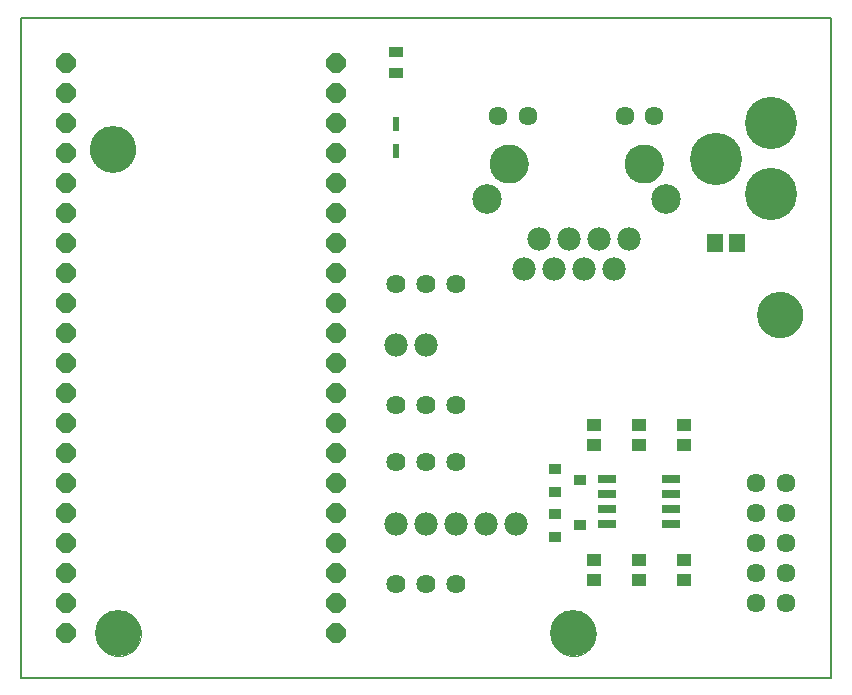
<source format=gts>
G75*
%MOIN*%
%OFA0B0*%
%FSLAX25Y25*%
%IPPOS*%
%LPD*%
%AMOC8*
5,1,8,0,0,1.08239X$1,22.5*
%
%ADD10C,0.00600*%
%ADD11C,0.00000*%
%ADD12C,0.15361*%
%ADD13R,0.05124X0.03550*%
%ADD14R,0.02300X0.05000*%
%ADD15C,0.07800*%
%ADD16C,0.06400*%
%ADD17C,0.09849*%
%ADD18C,0.06337*%
%ADD19C,0.12998*%
%ADD20C,0.17400*%
%ADD21OC8,0.06337*%
%ADD22R,0.06400X0.02800*%
%ADD23R,0.03943X0.03550*%
%ADD24R,0.04731X0.04337*%
%ADD25R,0.05518X0.06306*%
D10*
X0001300Y0001300D02*
X0001300Y0221300D01*
X0271300Y0221300D01*
X0271300Y0001300D01*
X0001300Y0001300D01*
D11*
X0026222Y0015985D02*
X0026224Y0016169D01*
X0026231Y0016352D01*
X0026242Y0016535D01*
X0026258Y0016718D01*
X0026278Y0016901D01*
X0026303Y0017083D01*
X0026332Y0017264D01*
X0026366Y0017444D01*
X0026404Y0017624D01*
X0026446Y0017802D01*
X0026493Y0017980D01*
X0026544Y0018156D01*
X0026600Y0018331D01*
X0026659Y0018505D01*
X0026723Y0018677D01*
X0026791Y0018847D01*
X0026864Y0019016D01*
X0026940Y0019183D01*
X0027021Y0019348D01*
X0027105Y0019511D01*
X0027194Y0019672D01*
X0027286Y0019830D01*
X0027382Y0019987D01*
X0027483Y0020141D01*
X0027586Y0020292D01*
X0027694Y0020441D01*
X0027805Y0020587D01*
X0027920Y0020730D01*
X0028038Y0020871D01*
X0028160Y0021008D01*
X0028285Y0021143D01*
X0028413Y0021274D01*
X0028544Y0021402D01*
X0028679Y0021527D01*
X0028816Y0021649D01*
X0028957Y0021767D01*
X0029100Y0021882D01*
X0029246Y0021993D01*
X0029395Y0022101D01*
X0029546Y0022204D01*
X0029700Y0022305D01*
X0029857Y0022401D01*
X0030015Y0022493D01*
X0030176Y0022582D01*
X0030339Y0022666D01*
X0030504Y0022747D01*
X0030671Y0022823D01*
X0030840Y0022896D01*
X0031010Y0022964D01*
X0031182Y0023028D01*
X0031356Y0023087D01*
X0031531Y0023143D01*
X0031707Y0023194D01*
X0031885Y0023241D01*
X0032063Y0023283D01*
X0032243Y0023321D01*
X0032423Y0023355D01*
X0032604Y0023384D01*
X0032786Y0023409D01*
X0032969Y0023429D01*
X0033152Y0023445D01*
X0033335Y0023456D01*
X0033518Y0023463D01*
X0033702Y0023465D01*
X0033886Y0023463D01*
X0034069Y0023456D01*
X0034252Y0023445D01*
X0034435Y0023429D01*
X0034618Y0023409D01*
X0034800Y0023384D01*
X0034981Y0023355D01*
X0035161Y0023321D01*
X0035341Y0023283D01*
X0035519Y0023241D01*
X0035697Y0023194D01*
X0035873Y0023143D01*
X0036048Y0023087D01*
X0036222Y0023028D01*
X0036394Y0022964D01*
X0036564Y0022896D01*
X0036733Y0022823D01*
X0036900Y0022747D01*
X0037065Y0022666D01*
X0037228Y0022582D01*
X0037389Y0022493D01*
X0037547Y0022401D01*
X0037704Y0022305D01*
X0037858Y0022204D01*
X0038009Y0022101D01*
X0038158Y0021993D01*
X0038304Y0021882D01*
X0038447Y0021767D01*
X0038588Y0021649D01*
X0038725Y0021527D01*
X0038860Y0021402D01*
X0038991Y0021274D01*
X0039119Y0021143D01*
X0039244Y0021008D01*
X0039366Y0020871D01*
X0039484Y0020730D01*
X0039599Y0020587D01*
X0039710Y0020441D01*
X0039818Y0020292D01*
X0039921Y0020141D01*
X0040022Y0019987D01*
X0040118Y0019830D01*
X0040210Y0019672D01*
X0040299Y0019511D01*
X0040383Y0019348D01*
X0040464Y0019183D01*
X0040540Y0019016D01*
X0040613Y0018847D01*
X0040681Y0018677D01*
X0040745Y0018505D01*
X0040804Y0018331D01*
X0040860Y0018156D01*
X0040911Y0017980D01*
X0040958Y0017802D01*
X0041000Y0017624D01*
X0041038Y0017444D01*
X0041072Y0017264D01*
X0041101Y0017083D01*
X0041126Y0016901D01*
X0041146Y0016718D01*
X0041162Y0016535D01*
X0041173Y0016352D01*
X0041180Y0016169D01*
X0041182Y0015985D01*
X0041180Y0015801D01*
X0041173Y0015618D01*
X0041162Y0015435D01*
X0041146Y0015252D01*
X0041126Y0015069D01*
X0041101Y0014887D01*
X0041072Y0014706D01*
X0041038Y0014526D01*
X0041000Y0014346D01*
X0040958Y0014168D01*
X0040911Y0013990D01*
X0040860Y0013814D01*
X0040804Y0013639D01*
X0040745Y0013465D01*
X0040681Y0013293D01*
X0040613Y0013123D01*
X0040540Y0012954D01*
X0040464Y0012787D01*
X0040383Y0012622D01*
X0040299Y0012459D01*
X0040210Y0012298D01*
X0040118Y0012140D01*
X0040022Y0011983D01*
X0039921Y0011829D01*
X0039818Y0011678D01*
X0039710Y0011529D01*
X0039599Y0011383D01*
X0039484Y0011240D01*
X0039366Y0011099D01*
X0039244Y0010962D01*
X0039119Y0010827D01*
X0038991Y0010696D01*
X0038860Y0010568D01*
X0038725Y0010443D01*
X0038588Y0010321D01*
X0038447Y0010203D01*
X0038304Y0010088D01*
X0038158Y0009977D01*
X0038009Y0009869D01*
X0037858Y0009766D01*
X0037704Y0009665D01*
X0037547Y0009569D01*
X0037389Y0009477D01*
X0037228Y0009388D01*
X0037065Y0009304D01*
X0036900Y0009223D01*
X0036733Y0009147D01*
X0036564Y0009074D01*
X0036394Y0009006D01*
X0036222Y0008942D01*
X0036048Y0008883D01*
X0035873Y0008827D01*
X0035697Y0008776D01*
X0035519Y0008729D01*
X0035341Y0008687D01*
X0035161Y0008649D01*
X0034981Y0008615D01*
X0034800Y0008586D01*
X0034618Y0008561D01*
X0034435Y0008541D01*
X0034252Y0008525D01*
X0034069Y0008514D01*
X0033886Y0008507D01*
X0033702Y0008505D01*
X0033518Y0008507D01*
X0033335Y0008514D01*
X0033152Y0008525D01*
X0032969Y0008541D01*
X0032786Y0008561D01*
X0032604Y0008586D01*
X0032423Y0008615D01*
X0032243Y0008649D01*
X0032063Y0008687D01*
X0031885Y0008729D01*
X0031707Y0008776D01*
X0031531Y0008827D01*
X0031356Y0008883D01*
X0031182Y0008942D01*
X0031010Y0009006D01*
X0030840Y0009074D01*
X0030671Y0009147D01*
X0030504Y0009223D01*
X0030339Y0009304D01*
X0030176Y0009388D01*
X0030015Y0009477D01*
X0029857Y0009569D01*
X0029700Y0009665D01*
X0029546Y0009766D01*
X0029395Y0009869D01*
X0029246Y0009977D01*
X0029100Y0010088D01*
X0028957Y0010203D01*
X0028816Y0010321D01*
X0028679Y0010443D01*
X0028544Y0010568D01*
X0028413Y0010696D01*
X0028285Y0010827D01*
X0028160Y0010962D01*
X0028038Y0011099D01*
X0027920Y0011240D01*
X0027805Y0011383D01*
X0027694Y0011529D01*
X0027586Y0011678D01*
X0027483Y0011829D01*
X0027382Y0011983D01*
X0027286Y0012140D01*
X0027194Y0012298D01*
X0027105Y0012459D01*
X0027021Y0012622D01*
X0026940Y0012787D01*
X0026864Y0012954D01*
X0026791Y0013123D01*
X0026723Y0013293D01*
X0026659Y0013465D01*
X0026600Y0013639D01*
X0026544Y0013814D01*
X0026493Y0013990D01*
X0026446Y0014168D01*
X0026404Y0014346D01*
X0026366Y0014526D01*
X0026332Y0014706D01*
X0026303Y0014887D01*
X0026278Y0015069D01*
X0026258Y0015252D01*
X0026242Y0015435D01*
X0026231Y0015618D01*
X0026224Y0015801D01*
X0026222Y0015985D01*
X0177796Y0015985D02*
X0177798Y0016169D01*
X0177805Y0016352D01*
X0177816Y0016535D01*
X0177832Y0016718D01*
X0177852Y0016901D01*
X0177877Y0017083D01*
X0177906Y0017264D01*
X0177940Y0017444D01*
X0177978Y0017624D01*
X0178020Y0017802D01*
X0178067Y0017980D01*
X0178118Y0018156D01*
X0178174Y0018331D01*
X0178233Y0018505D01*
X0178297Y0018677D01*
X0178365Y0018847D01*
X0178438Y0019016D01*
X0178514Y0019183D01*
X0178595Y0019348D01*
X0178679Y0019511D01*
X0178768Y0019672D01*
X0178860Y0019830D01*
X0178956Y0019987D01*
X0179057Y0020141D01*
X0179160Y0020292D01*
X0179268Y0020441D01*
X0179379Y0020587D01*
X0179494Y0020730D01*
X0179612Y0020871D01*
X0179734Y0021008D01*
X0179859Y0021143D01*
X0179987Y0021274D01*
X0180118Y0021402D01*
X0180253Y0021527D01*
X0180390Y0021649D01*
X0180531Y0021767D01*
X0180674Y0021882D01*
X0180820Y0021993D01*
X0180969Y0022101D01*
X0181120Y0022204D01*
X0181274Y0022305D01*
X0181431Y0022401D01*
X0181589Y0022493D01*
X0181750Y0022582D01*
X0181913Y0022666D01*
X0182078Y0022747D01*
X0182245Y0022823D01*
X0182414Y0022896D01*
X0182584Y0022964D01*
X0182756Y0023028D01*
X0182930Y0023087D01*
X0183105Y0023143D01*
X0183281Y0023194D01*
X0183459Y0023241D01*
X0183637Y0023283D01*
X0183817Y0023321D01*
X0183997Y0023355D01*
X0184178Y0023384D01*
X0184360Y0023409D01*
X0184543Y0023429D01*
X0184726Y0023445D01*
X0184909Y0023456D01*
X0185092Y0023463D01*
X0185276Y0023465D01*
X0185460Y0023463D01*
X0185643Y0023456D01*
X0185826Y0023445D01*
X0186009Y0023429D01*
X0186192Y0023409D01*
X0186374Y0023384D01*
X0186555Y0023355D01*
X0186735Y0023321D01*
X0186915Y0023283D01*
X0187093Y0023241D01*
X0187271Y0023194D01*
X0187447Y0023143D01*
X0187622Y0023087D01*
X0187796Y0023028D01*
X0187968Y0022964D01*
X0188138Y0022896D01*
X0188307Y0022823D01*
X0188474Y0022747D01*
X0188639Y0022666D01*
X0188802Y0022582D01*
X0188963Y0022493D01*
X0189121Y0022401D01*
X0189278Y0022305D01*
X0189432Y0022204D01*
X0189583Y0022101D01*
X0189732Y0021993D01*
X0189878Y0021882D01*
X0190021Y0021767D01*
X0190162Y0021649D01*
X0190299Y0021527D01*
X0190434Y0021402D01*
X0190565Y0021274D01*
X0190693Y0021143D01*
X0190818Y0021008D01*
X0190940Y0020871D01*
X0191058Y0020730D01*
X0191173Y0020587D01*
X0191284Y0020441D01*
X0191392Y0020292D01*
X0191495Y0020141D01*
X0191596Y0019987D01*
X0191692Y0019830D01*
X0191784Y0019672D01*
X0191873Y0019511D01*
X0191957Y0019348D01*
X0192038Y0019183D01*
X0192114Y0019016D01*
X0192187Y0018847D01*
X0192255Y0018677D01*
X0192319Y0018505D01*
X0192378Y0018331D01*
X0192434Y0018156D01*
X0192485Y0017980D01*
X0192532Y0017802D01*
X0192574Y0017624D01*
X0192612Y0017444D01*
X0192646Y0017264D01*
X0192675Y0017083D01*
X0192700Y0016901D01*
X0192720Y0016718D01*
X0192736Y0016535D01*
X0192747Y0016352D01*
X0192754Y0016169D01*
X0192756Y0015985D01*
X0192754Y0015801D01*
X0192747Y0015618D01*
X0192736Y0015435D01*
X0192720Y0015252D01*
X0192700Y0015069D01*
X0192675Y0014887D01*
X0192646Y0014706D01*
X0192612Y0014526D01*
X0192574Y0014346D01*
X0192532Y0014168D01*
X0192485Y0013990D01*
X0192434Y0013814D01*
X0192378Y0013639D01*
X0192319Y0013465D01*
X0192255Y0013293D01*
X0192187Y0013123D01*
X0192114Y0012954D01*
X0192038Y0012787D01*
X0191957Y0012622D01*
X0191873Y0012459D01*
X0191784Y0012298D01*
X0191692Y0012140D01*
X0191596Y0011983D01*
X0191495Y0011829D01*
X0191392Y0011678D01*
X0191284Y0011529D01*
X0191173Y0011383D01*
X0191058Y0011240D01*
X0190940Y0011099D01*
X0190818Y0010962D01*
X0190693Y0010827D01*
X0190565Y0010696D01*
X0190434Y0010568D01*
X0190299Y0010443D01*
X0190162Y0010321D01*
X0190021Y0010203D01*
X0189878Y0010088D01*
X0189732Y0009977D01*
X0189583Y0009869D01*
X0189432Y0009766D01*
X0189278Y0009665D01*
X0189121Y0009569D01*
X0188963Y0009477D01*
X0188802Y0009388D01*
X0188639Y0009304D01*
X0188474Y0009223D01*
X0188307Y0009147D01*
X0188138Y0009074D01*
X0187968Y0009006D01*
X0187796Y0008942D01*
X0187622Y0008883D01*
X0187447Y0008827D01*
X0187271Y0008776D01*
X0187093Y0008729D01*
X0186915Y0008687D01*
X0186735Y0008649D01*
X0186555Y0008615D01*
X0186374Y0008586D01*
X0186192Y0008561D01*
X0186009Y0008541D01*
X0185826Y0008525D01*
X0185643Y0008514D01*
X0185460Y0008507D01*
X0185276Y0008505D01*
X0185092Y0008507D01*
X0184909Y0008514D01*
X0184726Y0008525D01*
X0184543Y0008541D01*
X0184360Y0008561D01*
X0184178Y0008586D01*
X0183997Y0008615D01*
X0183817Y0008649D01*
X0183637Y0008687D01*
X0183459Y0008729D01*
X0183281Y0008776D01*
X0183105Y0008827D01*
X0182930Y0008883D01*
X0182756Y0008942D01*
X0182584Y0009006D01*
X0182414Y0009074D01*
X0182245Y0009147D01*
X0182078Y0009223D01*
X0181913Y0009304D01*
X0181750Y0009388D01*
X0181589Y0009477D01*
X0181431Y0009569D01*
X0181274Y0009665D01*
X0181120Y0009766D01*
X0180969Y0009869D01*
X0180820Y0009977D01*
X0180674Y0010088D01*
X0180531Y0010203D01*
X0180390Y0010321D01*
X0180253Y0010443D01*
X0180118Y0010568D01*
X0179987Y0010696D01*
X0179859Y0010827D01*
X0179734Y0010962D01*
X0179612Y0011099D01*
X0179494Y0011240D01*
X0179379Y0011383D01*
X0179268Y0011529D01*
X0179160Y0011678D01*
X0179057Y0011829D01*
X0178956Y0011983D01*
X0178860Y0012140D01*
X0178768Y0012298D01*
X0178679Y0012459D01*
X0178595Y0012622D01*
X0178514Y0012787D01*
X0178438Y0012954D01*
X0178365Y0013123D01*
X0178297Y0013293D01*
X0178233Y0013465D01*
X0178174Y0013639D01*
X0178118Y0013814D01*
X0178067Y0013990D01*
X0178020Y0014168D01*
X0177978Y0014346D01*
X0177940Y0014526D01*
X0177906Y0014706D01*
X0177877Y0014887D01*
X0177852Y0015069D01*
X0177832Y0015252D01*
X0177816Y0015435D01*
X0177805Y0015618D01*
X0177798Y0015801D01*
X0177796Y0015985D01*
X0246694Y0122284D02*
X0246696Y0122468D01*
X0246703Y0122651D01*
X0246714Y0122834D01*
X0246730Y0123017D01*
X0246750Y0123200D01*
X0246775Y0123382D01*
X0246804Y0123563D01*
X0246838Y0123743D01*
X0246876Y0123923D01*
X0246918Y0124101D01*
X0246965Y0124279D01*
X0247016Y0124455D01*
X0247072Y0124630D01*
X0247131Y0124804D01*
X0247195Y0124976D01*
X0247263Y0125146D01*
X0247336Y0125315D01*
X0247412Y0125482D01*
X0247493Y0125647D01*
X0247577Y0125810D01*
X0247666Y0125971D01*
X0247758Y0126129D01*
X0247854Y0126286D01*
X0247955Y0126440D01*
X0248058Y0126591D01*
X0248166Y0126740D01*
X0248277Y0126886D01*
X0248392Y0127029D01*
X0248510Y0127170D01*
X0248632Y0127307D01*
X0248757Y0127442D01*
X0248885Y0127573D01*
X0249016Y0127701D01*
X0249151Y0127826D01*
X0249288Y0127948D01*
X0249429Y0128066D01*
X0249572Y0128181D01*
X0249718Y0128292D01*
X0249867Y0128400D01*
X0250018Y0128503D01*
X0250172Y0128604D01*
X0250329Y0128700D01*
X0250487Y0128792D01*
X0250648Y0128881D01*
X0250811Y0128965D01*
X0250976Y0129046D01*
X0251143Y0129122D01*
X0251312Y0129195D01*
X0251482Y0129263D01*
X0251654Y0129327D01*
X0251828Y0129386D01*
X0252003Y0129442D01*
X0252179Y0129493D01*
X0252357Y0129540D01*
X0252535Y0129582D01*
X0252715Y0129620D01*
X0252895Y0129654D01*
X0253076Y0129683D01*
X0253258Y0129708D01*
X0253441Y0129728D01*
X0253624Y0129744D01*
X0253807Y0129755D01*
X0253990Y0129762D01*
X0254174Y0129764D01*
X0254358Y0129762D01*
X0254541Y0129755D01*
X0254724Y0129744D01*
X0254907Y0129728D01*
X0255090Y0129708D01*
X0255272Y0129683D01*
X0255453Y0129654D01*
X0255633Y0129620D01*
X0255813Y0129582D01*
X0255991Y0129540D01*
X0256169Y0129493D01*
X0256345Y0129442D01*
X0256520Y0129386D01*
X0256694Y0129327D01*
X0256866Y0129263D01*
X0257036Y0129195D01*
X0257205Y0129122D01*
X0257372Y0129046D01*
X0257537Y0128965D01*
X0257700Y0128881D01*
X0257861Y0128792D01*
X0258019Y0128700D01*
X0258176Y0128604D01*
X0258330Y0128503D01*
X0258481Y0128400D01*
X0258630Y0128292D01*
X0258776Y0128181D01*
X0258919Y0128066D01*
X0259060Y0127948D01*
X0259197Y0127826D01*
X0259332Y0127701D01*
X0259463Y0127573D01*
X0259591Y0127442D01*
X0259716Y0127307D01*
X0259838Y0127170D01*
X0259956Y0127029D01*
X0260071Y0126886D01*
X0260182Y0126740D01*
X0260290Y0126591D01*
X0260393Y0126440D01*
X0260494Y0126286D01*
X0260590Y0126129D01*
X0260682Y0125971D01*
X0260771Y0125810D01*
X0260855Y0125647D01*
X0260936Y0125482D01*
X0261012Y0125315D01*
X0261085Y0125146D01*
X0261153Y0124976D01*
X0261217Y0124804D01*
X0261276Y0124630D01*
X0261332Y0124455D01*
X0261383Y0124279D01*
X0261430Y0124101D01*
X0261472Y0123923D01*
X0261510Y0123743D01*
X0261544Y0123563D01*
X0261573Y0123382D01*
X0261598Y0123200D01*
X0261618Y0123017D01*
X0261634Y0122834D01*
X0261645Y0122651D01*
X0261652Y0122468D01*
X0261654Y0122284D01*
X0261652Y0122100D01*
X0261645Y0121917D01*
X0261634Y0121734D01*
X0261618Y0121551D01*
X0261598Y0121368D01*
X0261573Y0121186D01*
X0261544Y0121005D01*
X0261510Y0120825D01*
X0261472Y0120645D01*
X0261430Y0120467D01*
X0261383Y0120289D01*
X0261332Y0120113D01*
X0261276Y0119938D01*
X0261217Y0119764D01*
X0261153Y0119592D01*
X0261085Y0119422D01*
X0261012Y0119253D01*
X0260936Y0119086D01*
X0260855Y0118921D01*
X0260771Y0118758D01*
X0260682Y0118597D01*
X0260590Y0118439D01*
X0260494Y0118282D01*
X0260393Y0118128D01*
X0260290Y0117977D01*
X0260182Y0117828D01*
X0260071Y0117682D01*
X0259956Y0117539D01*
X0259838Y0117398D01*
X0259716Y0117261D01*
X0259591Y0117126D01*
X0259463Y0116995D01*
X0259332Y0116867D01*
X0259197Y0116742D01*
X0259060Y0116620D01*
X0258919Y0116502D01*
X0258776Y0116387D01*
X0258630Y0116276D01*
X0258481Y0116168D01*
X0258330Y0116065D01*
X0258176Y0115964D01*
X0258019Y0115868D01*
X0257861Y0115776D01*
X0257700Y0115687D01*
X0257537Y0115603D01*
X0257372Y0115522D01*
X0257205Y0115446D01*
X0257036Y0115373D01*
X0256866Y0115305D01*
X0256694Y0115241D01*
X0256520Y0115182D01*
X0256345Y0115126D01*
X0256169Y0115075D01*
X0255991Y0115028D01*
X0255813Y0114986D01*
X0255633Y0114948D01*
X0255453Y0114914D01*
X0255272Y0114885D01*
X0255090Y0114860D01*
X0254907Y0114840D01*
X0254724Y0114824D01*
X0254541Y0114813D01*
X0254358Y0114806D01*
X0254174Y0114804D01*
X0253990Y0114806D01*
X0253807Y0114813D01*
X0253624Y0114824D01*
X0253441Y0114840D01*
X0253258Y0114860D01*
X0253076Y0114885D01*
X0252895Y0114914D01*
X0252715Y0114948D01*
X0252535Y0114986D01*
X0252357Y0115028D01*
X0252179Y0115075D01*
X0252003Y0115126D01*
X0251828Y0115182D01*
X0251654Y0115241D01*
X0251482Y0115305D01*
X0251312Y0115373D01*
X0251143Y0115446D01*
X0250976Y0115522D01*
X0250811Y0115603D01*
X0250648Y0115687D01*
X0250487Y0115776D01*
X0250329Y0115868D01*
X0250172Y0115964D01*
X0250018Y0116065D01*
X0249867Y0116168D01*
X0249718Y0116276D01*
X0249572Y0116387D01*
X0249429Y0116502D01*
X0249288Y0116620D01*
X0249151Y0116742D01*
X0249016Y0116867D01*
X0248885Y0116995D01*
X0248757Y0117126D01*
X0248632Y0117261D01*
X0248510Y0117398D01*
X0248392Y0117539D01*
X0248277Y0117682D01*
X0248166Y0117828D01*
X0248058Y0117977D01*
X0247955Y0118128D01*
X0247854Y0118282D01*
X0247758Y0118439D01*
X0247666Y0118597D01*
X0247577Y0118758D01*
X0247493Y0118921D01*
X0247412Y0119086D01*
X0247336Y0119253D01*
X0247263Y0119422D01*
X0247195Y0119592D01*
X0247131Y0119764D01*
X0247072Y0119938D01*
X0247016Y0120113D01*
X0246965Y0120289D01*
X0246918Y0120467D01*
X0246876Y0120645D01*
X0246838Y0120825D01*
X0246804Y0121005D01*
X0246775Y0121186D01*
X0246750Y0121368D01*
X0246730Y0121551D01*
X0246714Y0121734D01*
X0246703Y0121917D01*
X0246696Y0122100D01*
X0246694Y0122284D01*
X0202501Y0172619D02*
X0202503Y0172777D01*
X0202509Y0172935D01*
X0202519Y0173093D01*
X0202533Y0173251D01*
X0202551Y0173408D01*
X0202572Y0173565D01*
X0202598Y0173721D01*
X0202628Y0173877D01*
X0202661Y0174032D01*
X0202699Y0174185D01*
X0202740Y0174338D01*
X0202785Y0174490D01*
X0202834Y0174641D01*
X0202887Y0174790D01*
X0202943Y0174938D01*
X0203003Y0175084D01*
X0203067Y0175229D01*
X0203135Y0175372D01*
X0203206Y0175514D01*
X0203280Y0175654D01*
X0203358Y0175791D01*
X0203440Y0175927D01*
X0203524Y0176061D01*
X0203613Y0176192D01*
X0203704Y0176321D01*
X0203799Y0176448D01*
X0203896Y0176573D01*
X0203997Y0176695D01*
X0204101Y0176814D01*
X0204208Y0176931D01*
X0204318Y0177045D01*
X0204431Y0177156D01*
X0204546Y0177265D01*
X0204664Y0177370D01*
X0204785Y0177472D01*
X0204908Y0177572D01*
X0205034Y0177668D01*
X0205162Y0177761D01*
X0205292Y0177851D01*
X0205425Y0177937D01*
X0205560Y0178021D01*
X0205696Y0178100D01*
X0205835Y0178177D01*
X0205976Y0178249D01*
X0206118Y0178319D01*
X0206262Y0178384D01*
X0206408Y0178446D01*
X0206555Y0178504D01*
X0206704Y0178559D01*
X0206854Y0178610D01*
X0207005Y0178657D01*
X0207157Y0178700D01*
X0207310Y0178739D01*
X0207465Y0178775D01*
X0207620Y0178806D01*
X0207776Y0178834D01*
X0207932Y0178858D01*
X0208089Y0178878D01*
X0208247Y0178894D01*
X0208404Y0178906D01*
X0208563Y0178914D01*
X0208721Y0178918D01*
X0208879Y0178918D01*
X0209037Y0178914D01*
X0209196Y0178906D01*
X0209353Y0178894D01*
X0209511Y0178878D01*
X0209668Y0178858D01*
X0209824Y0178834D01*
X0209980Y0178806D01*
X0210135Y0178775D01*
X0210290Y0178739D01*
X0210443Y0178700D01*
X0210595Y0178657D01*
X0210746Y0178610D01*
X0210896Y0178559D01*
X0211045Y0178504D01*
X0211192Y0178446D01*
X0211338Y0178384D01*
X0211482Y0178319D01*
X0211624Y0178249D01*
X0211765Y0178177D01*
X0211904Y0178100D01*
X0212040Y0178021D01*
X0212175Y0177937D01*
X0212308Y0177851D01*
X0212438Y0177761D01*
X0212566Y0177668D01*
X0212692Y0177572D01*
X0212815Y0177472D01*
X0212936Y0177370D01*
X0213054Y0177265D01*
X0213169Y0177156D01*
X0213282Y0177045D01*
X0213392Y0176931D01*
X0213499Y0176814D01*
X0213603Y0176695D01*
X0213704Y0176573D01*
X0213801Y0176448D01*
X0213896Y0176321D01*
X0213987Y0176192D01*
X0214076Y0176061D01*
X0214160Y0175927D01*
X0214242Y0175791D01*
X0214320Y0175654D01*
X0214394Y0175514D01*
X0214465Y0175372D01*
X0214533Y0175229D01*
X0214597Y0175084D01*
X0214657Y0174938D01*
X0214713Y0174790D01*
X0214766Y0174641D01*
X0214815Y0174490D01*
X0214860Y0174338D01*
X0214901Y0174185D01*
X0214939Y0174032D01*
X0214972Y0173877D01*
X0215002Y0173721D01*
X0215028Y0173565D01*
X0215049Y0173408D01*
X0215067Y0173251D01*
X0215081Y0173093D01*
X0215091Y0172935D01*
X0215097Y0172777D01*
X0215099Y0172619D01*
X0215097Y0172461D01*
X0215091Y0172303D01*
X0215081Y0172145D01*
X0215067Y0171987D01*
X0215049Y0171830D01*
X0215028Y0171673D01*
X0215002Y0171517D01*
X0214972Y0171361D01*
X0214939Y0171206D01*
X0214901Y0171053D01*
X0214860Y0170900D01*
X0214815Y0170748D01*
X0214766Y0170597D01*
X0214713Y0170448D01*
X0214657Y0170300D01*
X0214597Y0170154D01*
X0214533Y0170009D01*
X0214465Y0169866D01*
X0214394Y0169724D01*
X0214320Y0169584D01*
X0214242Y0169447D01*
X0214160Y0169311D01*
X0214076Y0169177D01*
X0213987Y0169046D01*
X0213896Y0168917D01*
X0213801Y0168790D01*
X0213704Y0168665D01*
X0213603Y0168543D01*
X0213499Y0168424D01*
X0213392Y0168307D01*
X0213282Y0168193D01*
X0213169Y0168082D01*
X0213054Y0167973D01*
X0212936Y0167868D01*
X0212815Y0167766D01*
X0212692Y0167666D01*
X0212566Y0167570D01*
X0212438Y0167477D01*
X0212308Y0167387D01*
X0212175Y0167301D01*
X0212040Y0167217D01*
X0211904Y0167138D01*
X0211765Y0167061D01*
X0211624Y0166989D01*
X0211482Y0166919D01*
X0211338Y0166854D01*
X0211192Y0166792D01*
X0211045Y0166734D01*
X0210896Y0166679D01*
X0210746Y0166628D01*
X0210595Y0166581D01*
X0210443Y0166538D01*
X0210290Y0166499D01*
X0210135Y0166463D01*
X0209980Y0166432D01*
X0209824Y0166404D01*
X0209668Y0166380D01*
X0209511Y0166360D01*
X0209353Y0166344D01*
X0209196Y0166332D01*
X0209037Y0166324D01*
X0208879Y0166320D01*
X0208721Y0166320D01*
X0208563Y0166324D01*
X0208404Y0166332D01*
X0208247Y0166344D01*
X0208089Y0166360D01*
X0207932Y0166380D01*
X0207776Y0166404D01*
X0207620Y0166432D01*
X0207465Y0166463D01*
X0207310Y0166499D01*
X0207157Y0166538D01*
X0207005Y0166581D01*
X0206854Y0166628D01*
X0206704Y0166679D01*
X0206555Y0166734D01*
X0206408Y0166792D01*
X0206262Y0166854D01*
X0206118Y0166919D01*
X0205976Y0166989D01*
X0205835Y0167061D01*
X0205696Y0167138D01*
X0205560Y0167217D01*
X0205425Y0167301D01*
X0205292Y0167387D01*
X0205162Y0167477D01*
X0205034Y0167570D01*
X0204908Y0167666D01*
X0204785Y0167766D01*
X0204664Y0167868D01*
X0204546Y0167973D01*
X0204431Y0168082D01*
X0204318Y0168193D01*
X0204208Y0168307D01*
X0204101Y0168424D01*
X0203997Y0168543D01*
X0203896Y0168665D01*
X0203799Y0168790D01*
X0203704Y0168917D01*
X0203613Y0169046D01*
X0203524Y0169177D01*
X0203440Y0169311D01*
X0203358Y0169447D01*
X0203280Y0169584D01*
X0203206Y0169724D01*
X0203135Y0169866D01*
X0203067Y0170009D01*
X0203003Y0170154D01*
X0202943Y0170300D01*
X0202887Y0170448D01*
X0202834Y0170597D01*
X0202785Y0170748D01*
X0202740Y0170900D01*
X0202699Y0171053D01*
X0202661Y0171206D01*
X0202628Y0171361D01*
X0202598Y0171517D01*
X0202572Y0171673D01*
X0202551Y0171830D01*
X0202533Y0171987D01*
X0202519Y0172145D01*
X0202509Y0172303D01*
X0202503Y0172461D01*
X0202501Y0172619D01*
X0157501Y0172619D02*
X0157503Y0172777D01*
X0157509Y0172935D01*
X0157519Y0173093D01*
X0157533Y0173251D01*
X0157551Y0173408D01*
X0157572Y0173565D01*
X0157598Y0173721D01*
X0157628Y0173877D01*
X0157661Y0174032D01*
X0157699Y0174185D01*
X0157740Y0174338D01*
X0157785Y0174490D01*
X0157834Y0174641D01*
X0157887Y0174790D01*
X0157943Y0174938D01*
X0158003Y0175084D01*
X0158067Y0175229D01*
X0158135Y0175372D01*
X0158206Y0175514D01*
X0158280Y0175654D01*
X0158358Y0175791D01*
X0158440Y0175927D01*
X0158524Y0176061D01*
X0158613Y0176192D01*
X0158704Y0176321D01*
X0158799Y0176448D01*
X0158896Y0176573D01*
X0158997Y0176695D01*
X0159101Y0176814D01*
X0159208Y0176931D01*
X0159318Y0177045D01*
X0159431Y0177156D01*
X0159546Y0177265D01*
X0159664Y0177370D01*
X0159785Y0177472D01*
X0159908Y0177572D01*
X0160034Y0177668D01*
X0160162Y0177761D01*
X0160292Y0177851D01*
X0160425Y0177937D01*
X0160560Y0178021D01*
X0160696Y0178100D01*
X0160835Y0178177D01*
X0160976Y0178249D01*
X0161118Y0178319D01*
X0161262Y0178384D01*
X0161408Y0178446D01*
X0161555Y0178504D01*
X0161704Y0178559D01*
X0161854Y0178610D01*
X0162005Y0178657D01*
X0162157Y0178700D01*
X0162310Y0178739D01*
X0162465Y0178775D01*
X0162620Y0178806D01*
X0162776Y0178834D01*
X0162932Y0178858D01*
X0163089Y0178878D01*
X0163247Y0178894D01*
X0163404Y0178906D01*
X0163563Y0178914D01*
X0163721Y0178918D01*
X0163879Y0178918D01*
X0164037Y0178914D01*
X0164196Y0178906D01*
X0164353Y0178894D01*
X0164511Y0178878D01*
X0164668Y0178858D01*
X0164824Y0178834D01*
X0164980Y0178806D01*
X0165135Y0178775D01*
X0165290Y0178739D01*
X0165443Y0178700D01*
X0165595Y0178657D01*
X0165746Y0178610D01*
X0165896Y0178559D01*
X0166045Y0178504D01*
X0166192Y0178446D01*
X0166338Y0178384D01*
X0166482Y0178319D01*
X0166624Y0178249D01*
X0166765Y0178177D01*
X0166904Y0178100D01*
X0167040Y0178021D01*
X0167175Y0177937D01*
X0167308Y0177851D01*
X0167438Y0177761D01*
X0167566Y0177668D01*
X0167692Y0177572D01*
X0167815Y0177472D01*
X0167936Y0177370D01*
X0168054Y0177265D01*
X0168169Y0177156D01*
X0168282Y0177045D01*
X0168392Y0176931D01*
X0168499Y0176814D01*
X0168603Y0176695D01*
X0168704Y0176573D01*
X0168801Y0176448D01*
X0168896Y0176321D01*
X0168987Y0176192D01*
X0169076Y0176061D01*
X0169160Y0175927D01*
X0169242Y0175791D01*
X0169320Y0175654D01*
X0169394Y0175514D01*
X0169465Y0175372D01*
X0169533Y0175229D01*
X0169597Y0175084D01*
X0169657Y0174938D01*
X0169713Y0174790D01*
X0169766Y0174641D01*
X0169815Y0174490D01*
X0169860Y0174338D01*
X0169901Y0174185D01*
X0169939Y0174032D01*
X0169972Y0173877D01*
X0170002Y0173721D01*
X0170028Y0173565D01*
X0170049Y0173408D01*
X0170067Y0173251D01*
X0170081Y0173093D01*
X0170091Y0172935D01*
X0170097Y0172777D01*
X0170099Y0172619D01*
X0170097Y0172461D01*
X0170091Y0172303D01*
X0170081Y0172145D01*
X0170067Y0171987D01*
X0170049Y0171830D01*
X0170028Y0171673D01*
X0170002Y0171517D01*
X0169972Y0171361D01*
X0169939Y0171206D01*
X0169901Y0171053D01*
X0169860Y0170900D01*
X0169815Y0170748D01*
X0169766Y0170597D01*
X0169713Y0170448D01*
X0169657Y0170300D01*
X0169597Y0170154D01*
X0169533Y0170009D01*
X0169465Y0169866D01*
X0169394Y0169724D01*
X0169320Y0169584D01*
X0169242Y0169447D01*
X0169160Y0169311D01*
X0169076Y0169177D01*
X0168987Y0169046D01*
X0168896Y0168917D01*
X0168801Y0168790D01*
X0168704Y0168665D01*
X0168603Y0168543D01*
X0168499Y0168424D01*
X0168392Y0168307D01*
X0168282Y0168193D01*
X0168169Y0168082D01*
X0168054Y0167973D01*
X0167936Y0167868D01*
X0167815Y0167766D01*
X0167692Y0167666D01*
X0167566Y0167570D01*
X0167438Y0167477D01*
X0167308Y0167387D01*
X0167175Y0167301D01*
X0167040Y0167217D01*
X0166904Y0167138D01*
X0166765Y0167061D01*
X0166624Y0166989D01*
X0166482Y0166919D01*
X0166338Y0166854D01*
X0166192Y0166792D01*
X0166045Y0166734D01*
X0165896Y0166679D01*
X0165746Y0166628D01*
X0165595Y0166581D01*
X0165443Y0166538D01*
X0165290Y0166499D01*
X0165135Y0166463D01*
X0164980Y0166432D01*
X0164824Y0166404D01*
X0164668Y0166380D01*
X0164511Y0166360D01*
X0164353Y0166344D01*
X0164196Y0166332D01*
X0164037Y0166324D01*
X0163879Y0166320D01*
X0163721Y0166320D01*
X0163563Y0166324D01*
X0163404Y0166332D01*
X0163247Y0166344D01*
X0163089Y0166360D01*
X0162932Y0166380D01*
X0162776Y0166404D01*
X0162620Y0166432D01*
X0162465Y0166463D01*
X0162310Y0166499D01*
X0162157Y0166538D01*
X0162005Y0166581D01*
X0161854Y0166628D01*
X0161704Y0166679D01*
X0161555Y0166734D01*
X0161408Y0166792D01*
X0161262Y0166854D01*
X0161118Y0166919D01*
X0160976Y0166989D01*
X0160835Y0167061D01*
X0160696Y0167138D01*
X0160560Y0167217D01*
X0160425Y0167301D01*
X0160292Y0167387D01*
X0160162Y0167477D01*
X0160034Y0167570D01*
X0159908Y0167666D01*
X0159785Y0167766D01*
X0159664Y0167868D01*
X0159546Y0167973D01*
X0159431Y0168082D01*
X0159318Y0168193D01*
X0159208Y0168307D01*
X0159101Y0168424D01*
X0158997Y0168543D01*
X0158896Y0168665D01*
X0158799Y0168790D01*
X0158704Y0168917D01*
X0158613Y0169046D01*
X0158524Y0169177D01*
X0158440Y0169311D01*
X0158358Y0169447D01*
X0158280Y0169584D01*
X0158206Y0169724D01*
X0158135Y0169866D01*
X0158067Y0170009D01*
X0158003Y0170154D01*
X0157943Y0170300D01*
X0157887Y0170448D01*
X0157834Y0170597D01*
X0157785Y0170748D01*
X0157740Y0170900D01*
X0157699Y0171053D01*
X0157661Y0171206D01*
X0157628Y0171361D01*
X0157598Y0171517D01*
X0157572Y0171673D01*
X0157551Y0171830D01*
X0157533Y0171987D01*
X0157519Y0172145D01*
X0157509Y0172303D01*
X0157503Y0172461D01*
X0157501Y0172619D01*
X0024253Y0177402D02*
X0024255Y0177586D01*
X0024262Y0177769D01*
X0024273Y0177952D01*
X0024289Y0178135D01*
X0024309Y0178318D01*
X0024334Y0178500D01*
X0024363Y0178681D01*
X0024397Y0178861D01*
X0024435Y0179041D01*
X0024477Y0179219D01*
X0024524Y0179397D01*
X0024575Y0179573D01*
X0024631Y0179748D01*
X0024690Y0179922D01*
X0024754Y0180094D01*
X0024822Y0180264D01*
X0024895Y0180433D01*
X0024971Y0180600D01*
X0025052Y0180765D01*
X0025136Y0180928D01*
X0025225Y0181089D01*
X0025317Y0181247D01*
X0025413Y0181404D01*
X0025514Y0181558D01*
X0025617Y0181709D01*
X0025725Y0181858D01*
X0025836Y0182004D01*
X0025951Y0182147D01*
X0026069Y0182288D01*
X0026191Y0182425D01*
X0026316Y0182560D01*
X0026444Y0182691D01*
X0026575Y0182819D01*
X0026710Y0182944D01*
X0026847Y0183066D01*
X0026988Y0183184D01*
X0027131Y0183299D01*
X0027277Y0183410D01*
X0027426Y0183518D01*
X0027577Y0183621D01*
X0027731Y0183722D01*
X0027888Y0183818D01*
X0028046Y0183910D01*
X0028207Y0183999D01*
X0028370Y0184083D01*
X0028535Y0184164D01*
X0028702Y0184240D01*
X0028871Y0184313D01*
X0029041Y0184381D01*
X0029213Y0184445D01*
X0029387Y0184504D01*
X0029562Y0184560D01*
X0029738Y0184611D01*
X0029916Y0184658D01*
X0030094Y0184700D01*
X0030274Y0184738D01*
X0030454Y0184772D01*
X0030635Y0184801D01*
X0030817Y0184826D01*
X0031000Y0184846D01*
X0031183Y0184862D01*
X0031366Y0184873D01*
X0031549Y0184880D01*
X0031733Y0184882D01*
X0031917Y0184880D01*
X0032100Y0184873D01*
X0032283Y0184862D01*
X0032466Y0184846D01*
X0032649Y0184826D01*
X0032831Y0184801D01*
X0033012Y0184772D01*
X0033192Y0184738D01*
X0033372Y0184700D01*
X0033550Y0184658D01*
X0033728Y0184611D01*
X0033904Y0184560D01*
X0034079Y0184504D01*
X0034253Y0184445D01*
X0034425Y0184381D01*
X0034595Y0184313D01*
X0034764Y0184240D01*
X0034931Y0184164D01*
X0035096Y0184083D01*
X0035259Y0183999D01*
X0035420Y0183910D01*
X0035578Y0183818D01*
X0035735Y0183722D01*
X0035889Y0183621D01*
X0036040Y0183518D01*
X0036189Y0183410D01*
X0036335Y0183299D01*
X0036478Y0183184D01*
X0036619Y0183066D01*
X0036756Y0182944D01*
X0036891Y0182819D01*
X0037022Y0182691D01*
X0037150Y0182560D01*
X0037275Y0182425D01*
X0037397Y0182288D01*
X0037515Y0182147D01*
X0037630Y0182004D01*
X0037741Y0181858D01*
X0037849Y0181709D01*
X0037952Y0181558D01*
X0038053Y0181404D01*
X0038149Y0181247D01*
X0038241Y0181089D01*
X0038330Y0180928D01*
X0038414Y0180765D01*
X0038495Y0180600D01*
X0038571Y0180433D01*
X0038644Y0180264D01*
X0038712Y0180094D01*
X0038776Y0179922D01*
X0038835Y0179748D01*
X0038891Y0179573D01*
X0038942Y0179397D01*
X0038989Y0179219D01*
X0039031Y0179041D01*
X0039069Y0178861D01*
X0039103Y0178681D01*
X0039132Y0178500D01*
X0039157Y0178318D01*
X0039177Y0178135D01*
X0039193Y0177952D01*
X0039204Y0177769D01*
X0039211Y0177586D01*
X0039213Y0177402D01*
X0039211Y0177218D01*
X0039204Y0177035D01*
X0039193Y0176852D01*
X0039177Y0176669D01*
X0039157Y0176486D01*
X0039132Y0176304D01*
X0039103Y0176123D01*
X0039069Y0175943D01*
X0039031Y0175763D01*
X0038989Y0175585D01*
X0038942Y0175407D01*
X0038891Y0175231D01*
X0038835Y0175056D01*
X0038776Y0174882D01*
X0038712Y0174710D01*
X0038644Y0174540D01*
X0038571Y0174371D01*
X0038495Y0174204D01*
X0038414Y0174039D01*
X0038330Y0173876D01*
X0038241Y0173715D01*
X0038149Y0173557D01*
X0038053Y0173400D01*
X0037952Y0173246D01*
X0037849Y0173095D01*
X0037741Y0172946D01*
X0037630Y0172800D01*
X0037515Y0172657D01*
X0037397Y0172516D01*
X0037275Y0172379D01*
X0037150Y0172244D01*
X0037022Y0172113D01*
X0036891Y0171985D01*
X0036756Y0171860D01*
X0036619Y0171738D01*
X0036478Y0171620D01*
X0036335Y0171505D01*
X0036189Y0171394D01*
X0036040Y0171286D01*
X0035889Y0171183D01*
X0035735Y0171082D01*
X0035578Y0170986D01*
X0035420Y0170894D01*
X0035259Y0170805D01*
X0035096Y0170721D01*
X0034931Y0170640D01*
X0034764Y0170564D01*
X0034595Y0170491D01*
X0034425Y0170423D01*
X0034253Y0170359D01*
X0034079Y0170300D01*
X0033904Y0170244D01*
X0033728Y0170193D01*
X0033550Y0170146D01*
X0033372Y0170104D01*
X0033192Y0170066D01*
X0033012Y0170032D01*
X0032831Y0170003D01*
X0032649Y0169978D01*
X0032466Y0169958D01*
X0032283Y0169942D01*
X0032100Y0169931D01*
X0031917Y0169924D01*
X0031733Y0169922D01*
X0031549Y0169924D01*
X0031366Y0169931D01*
X0031183Y0169942D01*
X0031000Y0169958D01*
X0030817Y0169978D01*
X0030635Y0170003D01*
X0030454Y0170032D01*
X0030274Y0170066D01*
X0030094Y0170104D01*
X0029916Y0170146D01*
X0029738Y0170193D01*
X0029562Y0170244D01*
X0029387Y0170300D01*
X0029213Y0170359D01*
X0029041Y0170423D01*
X0028871Y0170491D01*
X0028702Y0170564D01*
X0028535Y0170640D01*
X0028370Y0170721D01*
X0028207Y0170805D01*
X0028046Y0170894D01*
X0027888Y0170986D01*
X0027731Y0171082D01*
X0027577Y0171183D01*
X0027426Y0171286D01*
X0027277Y0171394D01*
X0027131Y0171505D01*
X0026988Y0171620D01*
X0026847Y0171738D01*
X0026710Y0171860D01*
X0026575Y0171985D01*
X0026444Y0172113D01*
X0026316Y0172244D01*
X0026191Y0172379D01*
X0026069Y0172516D01*
X0025951Y0172657D01*
X0025836Y0172800D01*
X0025725Y0172946D01*
X0025617Y0173095D01*
X0025514Y0173246D01*
X0025413Y0173400D01*
X0025317Y0173557D01*
X0025225Y0173715D01*
X0025136Y0173876D01*
X0025052Y0174039D01*
X0024971Y0174204D01*
X0024895Y0174371D01*
X0024822Y0174540D01*
X0024754Y0174710D01*
X0024690Y0174882D01*
X0024631Y0175056D01*
X0024575Y0175231D01*
X0024524Y0175407D01*
X0024477Y0175585D01*
X0024435Y0175763D01*
X0024397Y0175943D01*
X0024363Y0176123D01*
X0024334Y0176304D01*
X0024309Y0176486D01*
X0024289Y0176669D01*
X0024273Y0176852D01*
X0024262Y0177035D01*
X0024255Y0177218D01*
X0024253Y0177402D01*
D12*
X0031733Y0177402D03*
X0033702Y0015985D03*
X0185276Y0015985D03*
X0254174Y0122284D03*
D13*
X0126300Y0202757D03*
X0126300Y0209843D03*
D14*
X0126300Y0185700D03*
X0126300Y0176900D03*
D15*
X0173800Y0147619D03*
X0183800Y0147619D03*
X0193800Y0147619D03*
X0203800Y0147619D03*
X0198800Y0137619D03*
X0188800Y0137619D03*
X0178800Y0137619D03*
X0168800Y0137619D03*
X0136300Y0112206D03*
X0126300Y0112206D03*
X0126300Y0052520D03*
X0136300Y0052520D03*
X0146300Y0052520D03*
X0156300Y0052520D03*
X0166300Y0052520D03*
D16*
X0146300Y0032520D03*
X0136300Y0032520D03*
X0126300Y0032520D03*
X0126300Y0073150D03*
X0136300Y0073150D03*
X0146300Y0073150D03*
X0146300Y0092206D03*
X0136300Y0092206D03*
X0126300Y0092206D03*
X0126300Y0132520D03*
X0136300Y0132520D03*
X0146300Y0132520D03*
D17*
X0156457Y0160788D03*
X0216300Y0160788D03*
D18*
X0212363Y0188347D03*
X0202520Y0188347D03*
X0170237Y0188347D03*
X0160394Y0188347D03*
X0246300Y0066300D03*
X0246300Y0056300D03*
X0256300Y0056300D03*
X0256300Y0066300D03*
X0256300Y0046300D03*
X0256300Y0036300D03*
X0246300Y0036300D03*
X0246300Y0046300D03*
X0246300Y0026300D03*
X0256300Y0026300D03*
D19*
X0208800Y0172619D03*
X0163800Y0172619D03*
D20*
X0232796Y0174174D03*
X0251300Y0162363D03*
X0251300Y0185985D03*
D21*
X0106300Y0186300D03*
X0106300Y0196300D03*
X0106300Y0206300D03*
X0106300Y0176300D03*
X0106300Y0166300D03*
X0106300Y0156300D03*
X0106300Y0146300D03*
X0106300Y0136300D03*
X0106300Y0126300D03*
X0106300Y0116300D03*
X0106300Y0106300D03*
X0106300Y0096300D03*
X0106300Y0086300D03*
X0106300Y0076300D03*
X0106300Y0066300D03*
X0106300Y0056300D03*
X0106300Y0046300D03*
X0106300Y0036300D03*
X0106300Y0026300D03*
X0106300Y0016300D03*
X0016300Y0016300D03*
X0016300Y0026300D03*
X0016300Y0036300D03*
X0016300Y0046300D03*
X0016300Y0056300D03*
X0016300Y0066300D03*
X0016300Y0076300D03*
X0016300Y0086300D03*
X0016300Y0096300D03*
X0016300Y0106300D03*
X0016300Y0116300D03*
X0016300Y0126300D03*
X0016300Y0136300D03*
X0016300Y0146300D03*
X0016300Y0156300D03*
X0016300Y0166300D03*
X0016300Y0176300D03*
X0016300Y0186300D03*
X0016300Y0196300D03*
X0016300Y0206300D03*
D22*
X0196506Y0067580D03*
X0196506Y0062580D03*
X0196506Y0057580D03*
X0196506Y0052580D03*
X0217906Y0052580D03*
X0217906Y0057580D03*
X0217906Y0062580D03*
X0217906Y0067580D03*
D23*
X0187442Y0067048D03*
X0179174Y0063308D03*
X0179174Y0070788D03*
X0179174Y0055788D03*
X0179174Y0048308D03*
X0187442Y0052048D03*
D24*
X0192206Y0040394D03*
X0192206Y0033702D03*
X0207206Y0033702D03*
X0207206Y0040394D03*
X0222206Y0040394D03*
X0222206Y0033702D03*
X0222206Y0078859D03*
X0222206Y0085552D03*
X0207206Y0085552D03*
X0207206Y0078859D03*
X0192206Y0078859D03*
X0192206Y0085552D03*
D25*
X0232560Y0146300D03*
X0240040Y0146300D03*
M02*

</source>
